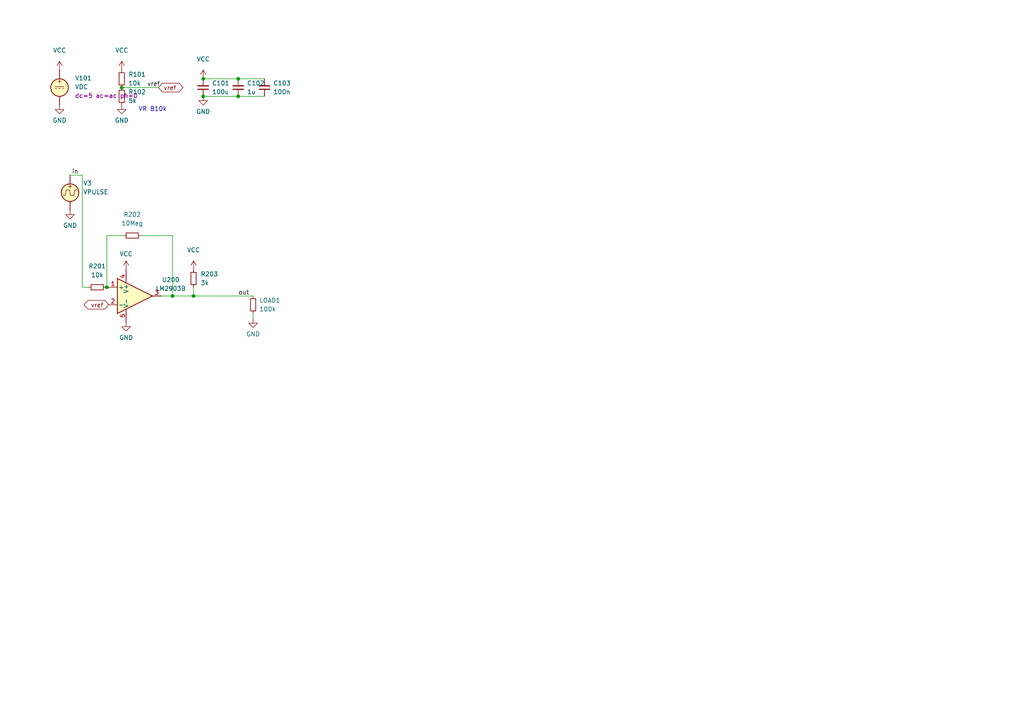
<source format=kicad_sch>
(kicad_sch (version 20211123) (generator eeschema)
  (paper "A4")
  (lib_symbols
    (symbol "Device:C_Small" (pin_numbers hide) (pin_names (offset 0.254) hide)
      (property "Reference" "C" (at 0.254 1.778 0))
      (property "Value" "C_Small" (at 0.254 -2.032 0))
      (symbol "C_Small_0_1"
        (polyline (pts (xy -1.524 -0.508) (xy 1.524 -0.508)) (stroke (width 0.3302)))
        (polyline (pts (xy -1.524 0.508) (xy 1.524 0.508)) (stroke (width 0.3048)))
      )
      (symbol "C_Small_1_1"
        (pin passive line (at 0 2.54 270) (length 2.032) (name "~") (number "1"))
        (pin passive line (at 0 -2.54 90) (length 2.032) (name "~") (number "2"))
      )
    )
    (symbol "Device:R_Small" (pin_numbers hide) (pin_names (offset 0.254) hide)
      (property "Reference" "R" (at 0.762 0.508 0))
      (property "Value" "R_Small" (at 0.762 -1.016 0))
      (symbol "R_Small_0_1"
        (rectangle (start -0.762 1.778) (end 0.762 -1.778) (stroke (width 0.2032)))
      )
      (symbol "R_Small_1_1"
        (pin passive line (at 0 2.54 270) (length 0.762) (name "~") (number "1"))
        (pin passive line (at 0 -2.54 90) (length 0.762) (name "~") (number "2"))
      )
    )
    (symbol "Simulation_SPICE:VDC" (pin_numbers hide) (pin_names (offset 0.0254))
      (property "Reference" "V" (at 2.54 2.54 0))
      (property "Value" "VDC" (at 2.54 0 0))
      (property "Spice_Model" "dc(1)" (at 2.54 -2.54 0))
      (symbol "VDC_0_0"
        (polyline (pts (xy -1.27 0.254) (xy 1.27 0.254)))
        (polyline (pts (xy -0.762 -0.254) (xy -1.27 -0.254)))
        (polyline (pts (xy 0.254 -0.254) (xy -0.254 -0.254)))
        (polyline (pts (xy 1.27 -0.254) (xy 0.762 -0.254)))
        (text "+" (at 0 1.905 0) (effects (font (size 1.27 1.27))))
      )
      (symbol "VDC_0_1"
        (circle (center 0 0) (radius 2.54) (stroke (width 0.254)) (fill (type background)))
      )
      (symbol "VDC_1_1"
        (pin passive line (at 0 5.08 270) (length 2.54) (name "~") (number "1"))
        (pin passive line (at 0 -5.08 90) (length 2.54) (name "~") (number "2"))
      )
    )
    (symbol "Simulation_SPICE:VPULSE" (pin_numbers hide) (pin_names (offset 0.0254))
      (property "Reference" "V" (at 2.54 2.54 0))
      (property "Value" "VPULSE" (at 2.54 0 0))
      (property "Spice_Model" "pulse(0 1 2n 2n 2n 50n 100n)" (at 2.54 -2.54 0))
      (symbol "VPULSE_0_0"
        (polyline (pts (xy -2.032 -0.762) (xy -1.397 -0.762) (xy -1.143 0.762) (xy -0.127 0.762) (xy 0.127 -0.762) (xy 1.143 -0.762) (xy 1.397 0.762) (xy 2.032 0.762)))
        (text "+" (at 0 1.905 0) (effects (font (size 1.27 1.27))))
      )
      (symbol "VPULSE_0_1"
        (circle (center 0 0) (radius 2.54) (stroke (width 0.254)) (fill (type background)))
      )
      (symbol "VPULSE_1_1"
        (pin passive line (at 0 5.08 270) (length 2.54) (name "~") (number "1"))
        (pin passive line (at 0 -5.08 90) (length 2.54) (name "~") (number "2"))
      )
    )
    (symbol "power:GND" (power) (pin_names (offset 0))
      (property "Value" "GND" (at 0 -3.81 0))
      (symbol "GND_0_1"
        (polyline (pts (xy 0 0) (xy 0 -1.27) (xy 1.27 -1.27) (xy 0 -2.54) (xy -1.27 -1.27) (xy 0 -1.27)))
      )
      (symbol "GND_1_1"
        (pin power_in line (at 0 0 270) (length 0) hide (name "GND") (number "1"))
      )
    )
    (symbol "power:VCC" (power) (pin_names (offset 0))
      (property "Value" "VCC" (at 0 3.81 0))
      (symbol "VCC_0_1"
        (polyline (pts (xy -0.762 1.27) (xy 0 2.54)))
        (polyline (pts (xy 0 0) (xy 0 2.54)))
        (polyline (pts (xy 0 2.54) (xy 0.762 1.27)))
      )
      (symbol "VCC_1_1"
        (pin power_in line (at 0 0 90) (length 0) hide (name "VCC") (number "1"))
      )
    )
    (symbol "pspice:OPAMP" (pin_names (offset 0.254))
      (property "Reference" "U" (at 3.81 3.175 0))
      (property "Value" "OPAMP" (at 3.81 -3.175 0))
      (symbol "OPAMP_0_1"
        (polyline (pts (xy 5.08 0) (xy -5.08 5.08) (xy -5.08 -5.08) (xy 5.08 0)) (stroke (width 0.254)) (fill (type background)))
      )
      (symbol "OPAMP_1_1"
        (pin input line (at -7.62 2.54 0) (length 2.54) (name "+") (number "1"))
        (pin input line (at -7.62 -2.54 0) (length 2.54) (name "-") (number "2"))
        (pin output line (at 7.62 0 180) (length 2.54) (name "~") (number "3"))
        (pin power_in line (at -2.54 7.62 270) (length 3.81) (name "V+") (number "4"))
        (pin power_in line (at -2.54 -7.62 90) (length 3.81) (name "V-") (number "5"))
      )
    )
  )
  (junction (at 50.038 85.852))
  (junction (at 58.928 27.94))
  (junction (at 35.306 25.4))
  (junction (at 56.134 85.852))
  (junction (at 69.088 27.94))
  (junction (at 30.988 83.312))
  (junction (at 58.928 22.86))
  (junction (at 69.088 22.86))
  (wire (pts (xy 30.988 83.312) (xy 31.496 83.312)))
  (wire (pts (xy 35.814 68.326) (xy 30.988 68.326)))
  (wire (pts (xy 73.406 90.932) (xy 73.406 92.456)))
  (wire (pts (xy 58.928 27.94) (xy 69.088 27.94)))
  (wire (pts (xy 46.736 85.852) (xy 50.038 85.852)))
  (wire (pts (xy 30.988 68.326) (xy 30.988 83.312)))
  (wire (pts (xy 69.088 27.94) (xy 76.708 27.94)))
  (wire (pts (xy 40.894 68.326) (xy 50.038 68.326)))
  (wire (pts (xy 58.928 22.86) (xy 69.088 22.86)))
  (wire (pts (xy 23.876 83.312) (xy 25.654 83.312)))
  (wire (pts (xy 20.32 50.8) (xy 23.876 50.8)))
  (wire (pts (xy 50.038 68.326) (xy 50.038 85.852)))
  (wire (pts (xy 35.306 25.4) (xy 45.974 25.4)))
  (wire (pts (xy 30.734 83.312) (xy 30.988 83.312)))
  (wire (pts (xy 56.134 85.852) (xy 73.406 85.852)))
  (wire (pts (xy 56.134 83.312) (xy 56.134 85.852)))
  (wire (pts (xy 50.038 85.852) (xy 56.134 85.852)))
  (wire (pts (xy 23.876 50.8) (xy 23.876 83.312)))
  (wire (pts (xy 69.088 22.86) (xy 76.708 22.86)))
  (text "VR B10k" (at 40.132 32.512 0) (effects (font (size 1.27 1.27)) (justify left bottom)))
  (label "in" (at 20.828 50.8 0))
  (label "vref" (at 42.672 25.4 0))
  (label "out" (at 69.088 85.852 0))
  (global_label "vref" (shape bidirectional) (at 31.496 88.392 180) (property "Intersheet References" "${INTERSHEET_REFS}" (effects hide)))
  (global_label "vref" (shape bidirectional) (at 45.974 25.4 0) (property "Intersheet References" "${INTERSHEET_REFS}" (effects hide)))
  (symbol (lib_id "power:GND") (at 73.406 92.456 0) (unit 1)
    (property "Reference" "#PWR08" (effects hide))
    (property "Value" "GND" (at 73.406 96.901 0))
  )
  (symbol (lib_id "power:VCC") (at 36.576 78.232 0) (unit 1)
    (property "Reference" "#PWR?" (effects hide))
    (property "Value" "VCC" (at 36.576 73.66 0))
  )
  (symbol (lib_id "power:GND") (at 58.928 27.94 0) (unit 1)
    (property "Reference" "#PWR0106" (effects hide))
    (property "Value" "GND" (at 58.928 32.385 0))
  )
  (symbol (lib_id "power:VCC") (at 35.306 20.32 0) (unit 1)
    (property "Reference" "#PWR0103" (effects hide))
    (property "Value" "VCC" (at 35.306 14.605 0))
  )
  (symbol (lib_id "Device:R_Small") (at 35.306 27.94 180) (unit 1)
    (property "Reference" "R102" (at 37.211 26.6699 0) (effects (justify right)))
    (property "Value" "5k" (at 37.211 29.2099 0) (effects (justify right)))
    (property "Spice_Model" "5k" (effects hide))
    (property "Spice_Netlist_Enabled" "Y" (effects hide))
    (property "Spice_Primitive" "R" (effects hide))
  )
  (symbol (lib_id "power:GND") (at 35.306 30.48 0) (unit 1)
    (property "Reference" "#PWR0104" (effects hide))
    (property "Value" "GND" (at 35.306 34.925 0))
  )
  (symbol (lib_id "pspice:OPAMP") (at 39.116 85.852 0) (unit 1)
    (property "Reference" "U200" (at 49.53 81.153 0))
    (property "Value" "LM2903B" (at 49.53 83.693 0))
    (property "Spice_Primitive" "X" (effects hide))
    (property "Spice_Model" "LM2903B" (effects hide))
    (property "Spice_Netlist_Enabled" "Y" (effects hide))
    (property "Spice_Lib_File" "C:\\Users\\study\\OneDrive\\Documents\\010_PCB\\MiniLineMixer_rev1.0.0\\spice\\lm393.lib" (effects hide))
    (property "Spice_Node_Sequence" "1,2,4,5,3" (effects hide))
  )
  (symbol (lib_id "power:GND") (at 36.576 93.472 0) (unit 1)
    (property "Reference" "#PWR?" (effects hide))
    (property "Value" "GND" (at 36.576 97.917 0))
  )
  (symbol (lib_id "power:VCC") (at 58.928 22.86 0) (unit 1)
    (property "Reference" "#PWR0105" (effects hide))
    (property "Value" "VCC" (at 58.928 17.145 0))
  )
  (symbol (lib_id "power:GND") (at 20.32 60.96 0) (unit 1)
    (property "Reference" "#PWR01" (effects hide))
    (property "Value" "GND" (at 20.32 65.405 0))
  )
  (symbol (lib_id "power:VCC") (at 56.134 78.232 0) (unit 1)
    (property "Reference" "#PWR?" (effects hide))
    (property "Value" "VCC" (at 56.134 72.517 0))
  )
  (symbol (lib_id "Device:R_Small") (at 35.306 22.86 180) (unit 1)
    (property "Reference" "R101" (at 37.211 21.5899 0) (effects (justify right)))
    (property "Value" "10k" (at 37.211 24.1299 0) (effects (justify right)))
    (property "Spice_Model" "10k" (effects hide))
    (property "Spice_Netlist_Enabled" "Y" (effects hide))
    (property "Spice_Primitive" "R" (effects hide))
  )
  (symbol (lib_id "Simulation_SPICE:VDC") (at 17.272 25.4 0) (unit 1)
    (property "Reference" "V101" (at 21.717 22.6701 0) (effects (justify left)))
    (property "Value" "VDC" (at 21.717 25.2101 0) (effects (justify left)))
    (property "Spice_Netlist_Enabled" "Y" (effects hide))
    (property "Spice_Primitive" "V" (effects hide))
    (property "Spice_Model" "dc 5 ac 0" (at 21.717 27.7501 0) (effects (justify left)))
  )
  (symbol (lib_id "Device:C_Small") (at 76.708 25.4 180) (unit 1)
    (property "Reference" "C103" (at 79.248 24.1235 0) (effects (justify right)))
    (property "Value" "100n" (at 79.248 26.6635 0) (effects (justify right)))
  )
  (symbol (lib_id "Device:R_Small") (at 73.406 88.392 180) (unit 1)
    (property "Reference" "LOAD1" (at 75.184 87.1219 0) (effects (justify right)))
    (property "Value" "100k" (at 75.184 89.6619 0) (effects (justify right)))
    (property "Spice_Model" "100k" (effects hide))
    (property "Spice_Netlist_Enabled" "Y" (effects hide))
    (property "Spice_Primitive" "R" (effects hide))
  )
  (symbol (lib_id "Simulation_SPICE:VPULSE") (at 20.32 55.88 0) (unit 1)
    (property "Reference" "V3" (at 24.13 53.1501 0) (effects (justify left)))
    (property "Value" "VPULSE" (at 24.13 55.6901 0) (effects (justify left)))
    (property "Spice_Netlist_Enabled" "Y" (effects hide))
    (property "Spice_Primitive" "V" (effects hide))
    (property "Spice_Model" "ac 1 sin(1 1 400)" (at 15.24 76.454 90) (effects (justify left)))
  )
  (symbol (lib_id "Device:R_Small") (at 56.134 80.772 0) (unit 1)
    (property "Reference" "R203" (at 58.166 79.5019 0) (effects (justify left)))
    (property "Value" "3k" (at 58.166 82.0419 0) (effects (justify left)))
    (property "Spice_Model" "3k" (effects hide))
    (property "Spice_Netlist_Enabled" "Y" (effects hide))
    (property "Spice_Primitive" "R" (effects hide))
  )
  (symbol (lib_id "power:VCC") (at 17.272 20.32 0) (unit 1)
    (property "Reference" "#PWR0101" (effects hide))
    (property "Value" "VCC" (at 17.272 14.605 0))
  )
  (symbol (lib_id "power:GND") (at 17.272 30.48 0) (unit 1)
    (property "Reference" "#PWR0102" (effects hide))
    (property "Value" "GND" (at 17.272 34.925 0))
  )
  (symbol (lib_id "Device:C_Small") (at 58.928 25.4 180) (unit 1)
    (property "Reference" "C101" (at 61.468 24.1235 0) (effects (justify right)))
    (property "Value" "100u" (at 61.468 26.6635 0) (effects (justify right)))
  )
  (symbol (lib_id "Device:C_Small") (at 69.088 25.4 180) (unit 1)
    (property "Reference" "C102" (at 71.628 24.1235 0) (effects (justify right)))
    (property "Value" "1u" (at 71.628 26.6635 0) (effects (justify right)))
  )
  (symbol (lib_id "Device:R_Small") (at 28.194 83.312 270) (unit 1)
    (property "Reference" "R201" (at 28.194 77.216 90))
    (property "Value" "10k" (at 28.194 79.756 90))
    (property "Spice_Model" "10k" (effects hide))
    (property "Spice_Netlist_Enabled" "Y" (effects hide))
    (property "Spice_Primitive" "R" (effects hide))
  )
  (symbol (lib_id "Device:R_Small") (at 38.354 68.326 270) (unit 1)
    (property "Reference" "R202" (at 38.354 62.23 90))
    (property "Value" "10Meg" (at 38.354 64.77 90))
    (property "Spice_Model" "10Meg" (effects hide))
    (property "Spice_Netlist_Enabled" "Y" (effects hide))
    (property "Spice_Primitive" "R" (effects hide))
  )
)
</source>
